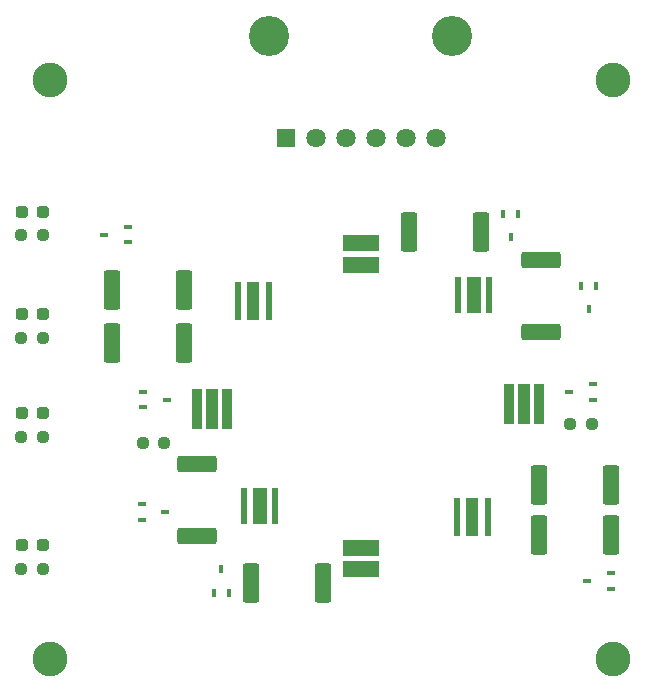
<source format=gts>
%TF.GenerationSoftware,KiCad,Pcbnew,(6.0.10)*%
%TF.CreationDate,2022-12-30T01:06:13-06:00*%
%TF.ProjectId,FluorometerLightSource,466c756f-726f-46d6-9574-65724c696768,rev?*%
%TF.SameCoordinates,Original*%
%TF.FileFunction,Soldermask,Top*%
%TF.FilePolarity,Negative*%
%FSLAX46Y46*%
G04 Gerber Fmt 4.6, Leading zero omitted, Abs format (unit mm)*
G04 Created by KiCad (PCBNEW (6.0.10)) date 2022-12-30 01:06:13*
%MOMM*%
%LPD*%
G01*
G04 APERTURE LIST*
G04 Aperture macros list*
%AMRoundRect*
0 Rectangle with rounded corners*
0 $1 Rounding radius*
0 $2 $3 $4 $5 $6 $7 $8 $9 X,Y pos of 4 corners*
0 Add a 4 corners polygon primitive as box body*
4,1,4,$2,$3,$4,$5,$6,$7,$8,$9,$2,$3,0*
0 Add four circle primitives for the rounded corners*
1,1,$1+$1,$2,$3*
1,1,$1+$1,$4,$5*
1,1,$1+$1,$6,$7*
1,1,$1+$1,$8,$9*
0 Add four rect primitives between the rounded corners*
20,1,$1+$1,$2,$3,$4,$5,0*
20,1,$1+$1,$4,$5,$6,$7,0*
20,1,$1+$1,$6,$7,$8,$9,0*
20,1,$1+$1,$8,$9,$2,$3,0*%
G04 Aperture macros list end*
%ADD10RoundRect,0.237500X-0.250000X-0.237500X0.250000X-0.237500X0.250000X0.237500X-0.250000X0.237500X0*%
%ADD11RoundRect,0.237500X-0.287500X-0.237500X0.287500X-0.237500X0.287500X0.237500X-0.287500X0.237500X0*%
%ADD12R,0.500000X3.150000*%
%ADD13R,0.500000X3.160000*%
%ADD14R,1.240000X3.150000*%
%ADD15R,3.150000X1.330000*%
%ADD16R,0.600000X3.200000*%
%ADD17R,1.000000X3.200000*%
%ADD18C,2.946400*%
%ADD19R,0.700000X0.450000*%
%ADD20RoundRect,0.249999X-1.425001X0.450001X-1.425001X-0.450001X1.425001X-0.450001X1.425001X0.450001X0*%
%ADD21RoundRect,0.237500X0.250000X0.237500X-0.250000X0.237500X-0.250000X-0.237500X0.250000X-0.237500X0*%
%ADD22R,0.450000X0.700000*%
%ADD23RoundRect,0.249999X-0.450001X-1.425001X0.450001X-1.425001X0.450001X1.425001X-0.450001X1.425001X0*%
%ADD24R,0.900000X3.400000*%
%ADD25R,1.000000X3.400000*%
%ADD26RoundRect,0.249999X0.450001X1.425001X-0.450001X1.425001X-0.450001X-1.425001X0.450001X-1.425001X0*%
%ADD27C,3.400000*%
%ADD28R,1.635000X1.635000*%
%ADD29C,1.635000*%
G04 APERTURE END LIST*
D10*
X133707500Y-123952000D03*
X135532500Y-123952000D03*
X135532500Y-112776000D03*
X133707500Y-112776000D03*
X135532500Y-104394000D03*
X133707500Y-104394000D03*
X133684000Y-95631000D03*
X135509000Y-95631000D03*
D11*
X133759000Y-121920000D03*
X135509000Y-121920000D03*
X133759000Y-110744000D03*
X135509000Y-110744000D03*
X133745000Y-102362000D03*
X135495000Y-102362000D03*
X133745000Y-93726000D03*
X135495000Y-93726000D03*
D12*
X173292000Y-100711000D03*
D13*
X170692000Y-100711000D03*
D14*
X171992000Y-100711000D03*
D15*
X162433000Y-96367000D03*
X162433000Y-98197000D03*
D16*
X173195000Y-119507000D03*
X170595000Y-119507000D03*
D17*
X171895000Y-119507000D03*
D18*
X136144000Y-82550000D03*
D12*
X152590000Y-118618000D03*
D13*
X155190000Y-118618000D03*
D14*
X153890000Y-118618000D03*
D19*
X183626000Y-125618000D03*
X183626000Y-124318000D03*
X181626000Y-124968000D03*
D16*
X152052000Y-101219000D03*
X154652000Y-101219000D03*
D17*
X153352000Y-101219000D03*
D20*
X148590000Y-115060000D03*
X148590000Y-121160000D03*
D19*
X144034000Y-108951000D03*
X144034000Y-110251000D03*
X146034000Y-109601000D03*
D21*
X145819500Y-113284000D03*
X143994500Y-113284000D03*
D20*
X177673000Y-97788000D03*
X177673000Y-103888000D03*
D22*
X175783000Y-93869000D03*
X174483000Y-93869000D03*
X175133000Y-95869000D03*
X182387000Y-99965000D03*
X181087000Y-99965000D03*
X181737000Y-101965000D03*
D18*
X183769000Y-131572000D03*
D23*
X177544000Y-116840000D03*
X183644000Y-116840000D03*
D15*
X162433000Y-123978000D03*
X162433000Y-122148000D03*
D10*
X180189500Y-111633000D03*
X182014500Y-111633000D03*
D23*
X177544000Y-121031000D03*
X183644000Y-121031000D03*
X166495000Y-95377000D03*
X172595000Y-95377000D03*
D24*
X148610000Y-110363000D03*
X151110000Y-110363000D03*
D25*
X149860000Y-110363000D03*
D18*
X136144000Y-131572000D03*
D22*
X149972000Y-125968000D03*
X151272000Y-125968000D03*
X150622000Y-123968000D03*
D26*
X147449000Y-100330000D03*
X141349000Y-100330000D03*
D18*
X183769000Y-82550000D03*
D27*
X170190500Y-78828000D03*
X154690500Y-78828000D03*
D28*
X156090500Y-87468000D03*
D29*
X158630500Y-87468000D03*
X161170500Y-87468000D03*
X163710500Y-87468000D03*
X166250500Y-87468000D03*
X168790500Y-87468000D03*
D19*
X143907000Y-118476000D03*
X143907000Y-119776000D03*
X145907000Y-119126000D03*
X142732000Y-96281000D03*
X142732000Y-94981000D03*
X140732000Y-95631000D03*
D24*
X177526000Y-109982000D03*
X175026000Y-109982000D03*
D25*
X176276000Y-109982000D03*
D26*
X147449000Y-104775000D03*
X141349000Y-104775000D03*
X159260000Y-125095000D03*
X153160000Y-125095000D03*
D19*
X182102000Y-109616000D03*
X182102000Y-108316000D03*
X180102000Y-108966000D03*
M02*

</source>
